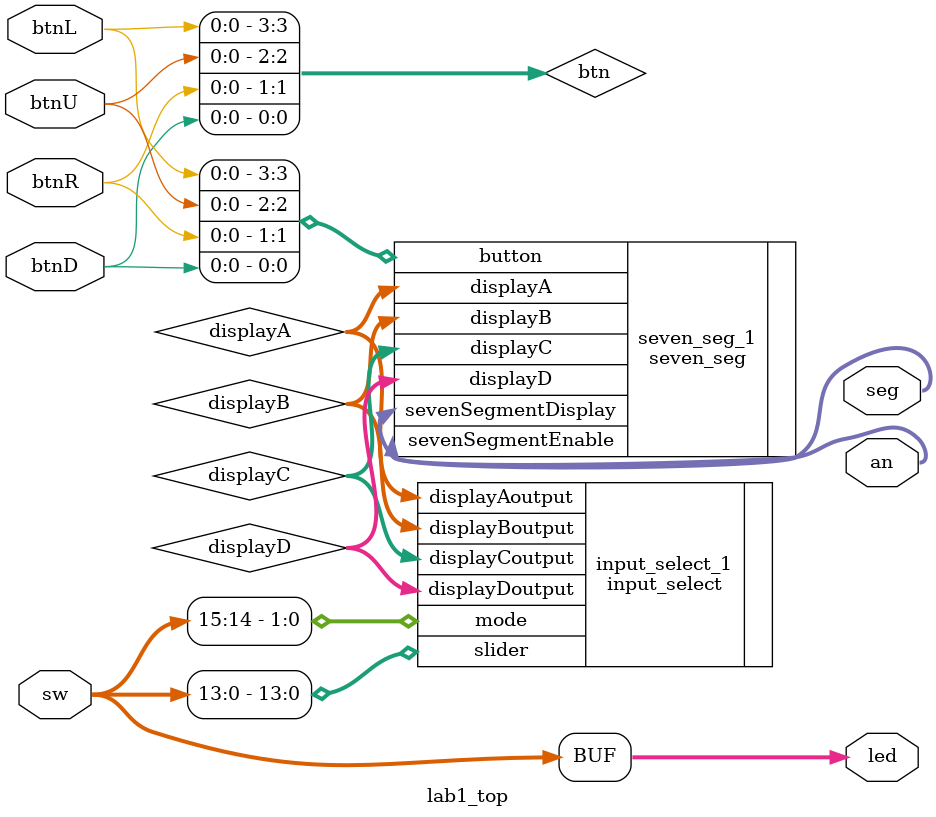
<source format=v>
`timescale 1ns / 1ps


module lab1_top(
    input [15:0] sw, //Switches 0-15
    input btnU, //UP button
    input btnL, //LEFT button
    input btnR, //RIGHT button
    input btnD, //DOWN button
    output [15:0] led, //LED 0-15
    output [6:0] seg, //SEVEN SEGMENT DISPLAY LED 0-6
    output [3:0] an //SEVEN SEGMENT DISPLAY ENABLE 0-3
    );
    
    wire [3:0] displayA, displayB, displayC, displayD; // Current data to display
    wire [3:0] btn; //four options for the buttons
    assign btn[0] = btnD;
    assign btn[1] = btnR;
    assign btn[2] = btnU;
    assign btn[3] = btnL;
    
    //INSTANTIATIONS
    input_select input_select_1 (.mode(sw[15:14]), .slider(sw[13:0]), .displayAoutput(displayA), .displayBoutput(displayB), .displayCoutput(displayC), .displayDoutput(displayD));
    seven_seg seven_seg_1 (.displayA(displayA), .displayB(displayB), .displayC(displayC), .displayD(displayD), .button(btn), .sevenSegmentDisplay(seg), .sevenSegmentEnable(an));
    
    assign led[15:0] = sw[15:0];
endmodule

</source>
